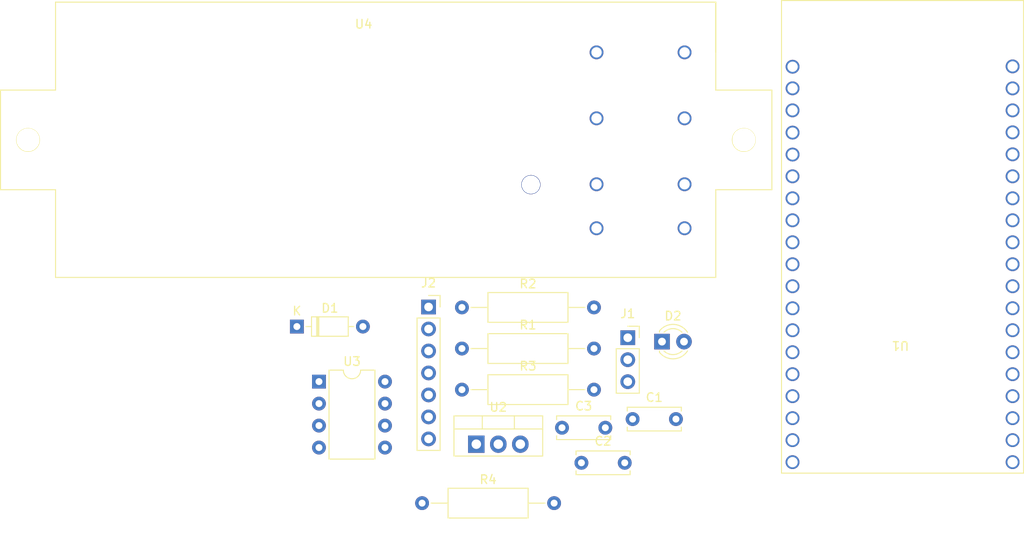
<source format=kicad_pcb>
(kicad_pcb (version 20211014) (generator pcbnew)
  (layers (0 "F.Cu" signal) (31 "B.Cu" signal) (34 "B.Paste" user) (35 "F.Paste" user) (36 "B.SilkS" user "B.Silkscreen") (37 "F.SilkS" user "F.Silkscreen") (38 "B.Mask" user) (39 "F.Mask" user) (44 "Edge.Cuts" user))
  (net 0 "")
  (net 1 "+12V")
  (net 2 "Earth")
  (net 3 "+5V")
  (net 4 "Net-(D1-Pad1)")
  (net 5 "Net-(D2-Pad1)")
  (net 6 "Net-(D2-Pad2)")
  (net 7 "Net-(J2-Pad6)")
  (net 8 "VPGM")
  (net 9 "Net-(R1-Pad1)")
  (net 35 "DAC_SIG")
  (footprint "Resistor_THT:R_Axial_DIN0309_L9.0mm_D3.2mm_P15.24mm_Horizontal" (layer "F.Cu") (at 130.02 116.92)
    (fp_text reference "R4" (at 7.62 -2.72) (layer "F.SilkS"))
    (fp_text value "4.7k")
    (fp_line (start 12.24 1.72) (end 12.24 -1.72) (layer "F.SilkS") (width 0.12))
    (fp_line (start 3 1.72) (end 12.24 1.72) (layer "F.SilkS") (width 0.12))
    (fp_line (start 3 -1.72) (end 3 1.72) (layer "F.SilkS") (width 0.12))
    (fp_line (start 12.24 -1.72) (end 3 -1.72) (layer "F.SilkS") (width 0.12))
    (fp_line (start 14.2 0) (end 12.24 0) (layer "F.SilkS") (width 0.12))
    (fp_line (start 1.04 0) (end 3 0) (layer "F.SilkS") (width 0.12))
    (pad "1" thru_hole circle (at 0 0) (size 1.6 1.6) (drill 0.8) (layers *.Cu *.Mask) (net 9 "Net-(R1-Pad1)"))
    (pad "2" thru_hole oval (at 15.24 0) (size 1.6 1.6) (drill 0.8) (layers *.Cu *.Mask) (net 8 "VPGM"))
  )
  (footprint "Diode_THT:D_DO-35_SOD27_P7.62mm_Horizontal" (layer "F.Cu") (at 115.57 96.52)
    (fp_text reference "D1" (at 3.81 -2.12) (layer "F.SilkS"))
    (fp_text value "TZX3V6A-TR")
    (fp_text user "K" (at 0 -1.8) (layer "F.SilkS"))
    (fp_line (start 5.93 -1.12) (end 1.69 -1.12) (layer "F.SilkS") (width 0.12))
    (fp_line (start 2.41 -1.12) (end 2.41 1.12) (layer "F.SilkS") (width 0.12))
    (fp_line (start 2.29 -1.12) (end 2.29 1.12) (layer "F.SilkS") (width 0.12))
    (fp_line (start 6.58 0) (end 5.93 0) (layer "F.SilkS") (width 0.12))
    (fp_line (start 1.69 -1.12) (end 1.69 1.12) (layer "F.SilkS") (width 0.12))
    (fp_line (start 1.04 0) (end 1.69 0) (layer "F.SilkS") (width 0.12))
    (fp_line (start 2.53 -1.12) (end 2.53 1.12) (layer "F.SilkS") (width 0.12))
    (fp_line (start 5.93 1.12) (end 5.93 -1.12) (layer "F.SilkS") (width 0.12))
    (fp_line (start 1.69 1.12) (end 5.93 1.12) (layer "F.SilkS") (width 0.12))
    (pad "1" thru_hole rect (at 0 0) (size 1.6 1.6) (drill 0.8) (layers *.Cu *.Mask) (net 4 "Net-(D1-Pad1)"))
    (pad "2" thru_hole oval (at 7.62 0) (size 1.6 1.6) (drill 0.8) (layers *.Cu *.Mask) (net 2 "Earth"))
  )
  (footprint "Package_TO_SOT_THT:TO-220-3_Vertical" (layer "F.Cu") (at 136.28 110.11)
    (fp_text reference "U2" (at 2.54 -4.27) (layer "F.SilkS"))
    (fp_text value "LM7805_TO220")
    (fp_line (start -2.58 1.371) (end 7.66 1.371) (layer "F.SilkS") (width 0.12))
    (fp_line (start -2.58 -3.27) (end -2.58 1.371) (layer "F.SilkS") (width 0.12))
    (fp_line (start 7.66 -3.27) (end 7.66 1.371) (layer "F.SilkS") (width 0.12))
    (fp_line (start -2.58 -3.27) (end 7.66 -3.27) (layer "F.SilkS") (width 0.12))
    (fp_line (start -2.58 -1.76) (end 7.66 -1.76) (layer "F.SilkS") (width 0.12))
    (fp_line (start 0.69 -3.27) (end 0.69 -1.76) (layer "F.SilkS") (width 0.12))
    (fp_line (start 4.391 -3.27) (end 4.391 -1.76) (layer "F.SilkS") (width 0.12))
    (pad "1" thru_hole rect (at 0 0) (size 1.905 2) (drill 1.1) (layers *.Cu *.Mask) (net 1 "+12V"))
    (pad "2" thru_hole oval (at 2.54 0) (size 1.905 2) (drill 1.1) (layers *.Cu *.Mask) (net 2 "Earth"))
    (pad "3" thru_hole oval (at 5.08 0) (size 1.905 2) (drill 1.1) (layers *.Cu *.Mask) (net 3 "+5V"))
  )
  (footprint "Connector_PinSocket_2.54mm:PinSocket_1x03_P2.54mm_Vertical" (layer "F.Cu") (at 153.76 97.81)
    (fp_text reference "J1" (at 0 -2.77) (layer "F.SilkS"))
    (fp_text value "Conn_01x03_Male")
    (fp_line (start -1.33 1.27) (end 1.33 1.27) (layer "F.SilkS") (width 0.12))
    (fp_line (start 0 -1.33) (end 1.33 -1.33) (layer "F.SilkS") (width 0.12))
    (fp_line (start -1.33 6.41) (end 1.33 6.41) (layer "F.SilkS") (width 0.12))
    (fp_line (start 1.33 1.27) (end 1.33 6.41) (layer "F.SilkS") (width 0.12))
    (fp_line (start -1.33 1.27) (end -1.33 6.41) (layer "F.SilkS") (width 0.12))
    (fp_line (start 1.33 -1.33) (end 1.33 0) (layer "F.SilkS") (width 0.12))
    (pad "1" thru_hole rect (at 0 0) (size 1.7 1.7) (drill 1) (layers *.Cu *.Mask) (net 1 "+12V"))
    (pad "2" thru_hole oval (at 0 2.54) (size 1.7 1.7) (drill 1) (layers *.Cu *.Mask) (net 2 "Earth"))
    (pad "3" thru_hole oval (at 0 5.08) (size 1.7 1.7) (drill 1) (layers *.Cu *.Mask) (net 2 "Earth"))
  )
  (footprint "Capacitor_THT:C_Disc_D6.0mm_W2.5mm_P5.00mm" (layer "F.Cu") (at 154.32 107.21)
    (fp_text reference "C1" (at 2.5 -2.5) (layer "F.SilkS"))
    (fp_text value "0.1uF")
    (fp_line (start -0.62 -1.37) (end -0.62 -0.925) (layer "F.SilkS") (width 0.12))
    (fp_line (start -0.62 -1.37) (end 5.62 -1.37) (layer "F.SilkS") (width 0.12))
    (fp_line (start 5.62 -1.37) (end 5.62 -0.925) (layer "F.SilkS") (width 0.12))
    (fp_line (start -0.62 0.925) (end -0.62 1.37) (layer "F.SilkS") (width 0.12))
    (fp_line (start 5.62 0.925) (end 5.62 1.37) (layer "F.SilkS") (width 0.12))
    (fp_line (start -0.62 1.37) (end 5.62 1.37) (layer "F.SilkS") (width 0.12))
    (pad "1" thru_hole circle (at 0 0) (size 1.6 1.6) (drill 0.8) (layers *.Cu *.Mask) (net 1 "+12V"))
    (pad "2" thru_hole circle (at 5 0) (size 1.6 1.6) (drill 0.8) (layers *.Cu *.Mask) (net 2 "Earth"))
  )
  (footprint "Library:CB101" (layer "F.Cu") (at 87.715 59.045)
    (fp_text reference "U4" (at 35.56 2.54 unlocked) (layer "F.SilkS"))
    (fp_text value "CB101")
    (fp_line (start 76.2 31.8) (end 0 31.8) (layer "F.SilkS") (width 0.12))
    (fp_line (start 0 0) (end 0 10.16) (layer "F.SilkS") (width 0.12))
    (fp_line (start 82.677 15.926) (end 82.677 21.666) (layer "F.SilkS") (width 0.12))
    (fp_line (start 76.2 0) (end 0 0) (layer "F.SilkS") (width 0.12))
    (fp_line (start 82.677 10.16) (end 76.2 10.16) (layer "F.SilkS") (width 0.12))
    (fp_line (start -6.35 15.9) (end -6.35 10.16) (layer "F.SilkS") (width 0.12))
    (fp_line (start 76.2 21.666) (end 76.2 31.8) (layer "F.SilkS") (width 0.12))
    (fp_line (start 82.677 10.16) (end 82.677 15.9) (layer "F.SilkS") (width 0.12))
    (fp_line (start -6.35 21.666) (end 0 21.666) (layer "F.SilkS") (width 0.12))
    (fp_line (start -6.35 21.666) (end -6.35 15.926) (layer "F.SilkS") (width 0.12))
    (fp_line (start 0 21.666) (end 0 31.8) (layer "F.SilkS") (width 0.12))
    (fp_line (start 76.2 0) (end 76.2 5.8) (layer "F.SilkS") (width 0.12))
    (fp_line (start 82.677 21.666) (end 76.2 21.666) (layer "F.SilkS") (width 0.12))
    (fp_line (start -6.35 10.16) (end 0 10.16) (layer "F.SilkS") (width 0.12))
    (fp_line (start 76.2 10.16) (end 76.2 0) (layer "F.SilkS") (width 0.12))
    (fp_circle (center -3.175 15.913) (end -1.854 15.913) (layer "F.SilkS") (width 0.12) (fill none))
    (fp_circle (center 79.4385 15.913) (end 80.7595 15.913) (layer "F.SilkS") (width 0.12) (fill none))
    (pad "" thru_hole circle (at 79.4512 15.9004) (size 2.64 2.64) (drill 2.64) (layers *.Cu *.Mask))
    (pad "" thru_hole circle (at -3.175 15.9004) (size 2.64 2.64) (drill 2.64) (layers *.Cu *.Mask))
    (pad "1" thru_hole circle (at 72.6 5.8) (size 1.6 1.6) (drill 1.2) (layers *.Cu *.Mask) (net 1 "+12V"))
    (pad "2" thru_hole circle (at 72.6 13.42) (size 1.6 1.6) (drill 1.2) (layers *.Cu *.Mask) (net 2 "Earth"))
    (pad "3" thru_hole circle (at 72.6 21.04) (size 1.6 1.6) (drill 1.2) (layers *.Cu *.Mask) (net 2 "Earth"))
    (pad "4" thru_hole circle (at 72.6 26.12) (size 1.6 1.6) (drill 1.2) (layers *.Cu *.Mask) (net 8 "VPGM"))
    (pad "5" thru_hole circle (at 62.44 26.12) (size 1.6 1.6) (drill 1.2) (layers *.Cu *.Mask) (net 6 "Net-(D2-Pad2)"))
    (pad "6" thru_hole circle (at 62.44 21.04) (size 1.6 1.6) (drill 1.2) (layers *.Cu *.Mask) (net 7 "Net-(J2-Pad6)"))
    (pad "7" thru_hole circle (at 62.44 13.42) (size 1.6 1.6) (drill 1.2) (layers *.Cu *.Mask) (net 4 "Net-(D1-Pad1)"))
    (pad "8" thru_hole circle (at 62.44 5.8) (size 1.6 1.6) (drill 1.2) (layers *.Cu *.Mask))
    (pad "9" thru_hole circle (at 54.864 21.082) (size 2.2 2.2) (drill 2.1) (layers *.Cu *.Mask))
  )
  (footprint "Library:ESP32-devkitC-v4" (layer "F.Cu") (at 184.967 79.419)
    (fp_text reference "U1" (at 0.254 19.304 180 unlocked) (layer "F.SilkS"))
    (fp_text value "ESP32-DevKit-C")
    (fp_line (start -13.462 34.036) (end 14.478 34.036) (layer "F.SilkS") (width 0.12))
    (fp_line (start -13.462 34.036) (end -13.462 -20.564) (layer "F.SilkS") (width 0.12))
    (fp_line (start -13.462 -20.564) (end 14.478 -20.564) (layer "F.SilkS") (width 0.12))
    (fp_line (start 14.478 34.036) (end 14.478 -20.564) (layer "F.SilkS") (width 0.12))
    (pad "1" thru_hole circle (at 13.208 32.766 180) (size 1.6 1.6) (drill 1.2) (layers *.Cu *.Mask))
    (pad "2" thru_hole circle (at 13.208 30.226 180) (size 1.6 1.6) (drill 1.2) (layers *.Cu *.Mask))
    (pad "3" thru_hole circle (at 13.208 27.686 180) (size 1.6 1.6) (drill 1.2) (layers *.Cu *.Mask))
    (pad "4" thru_hole circle (at 13.208 25.146 180) (size 1.6 1.6) (drill 1.2) (layers *.Cu *.Mask))
    (pad "5" thru_hole circle (at 13.208 22.606 180) (size 1.6 1.6) (drill 1.2) (layers *.Cu *.Mask))
    (pad "6" thru_hole circle (at 13.208 20.066 180) (size 1.6 1.6) (drill 1.2) (layers *.Cu *.Mask))
    (pad "7" thru_hole circle (at 13.208 17.526 180) (size 1.6 1.6) (drill 1.2) (layers *.Cu *.Mask))
    (pad "8" thru_hole circle (at 13.208 14.986 180) (size 1.6 1.6) (drill 1.2) (layers *.Cu *.Mask))
    (pad "9" thru_hole circle (at 13.208 12.446 180) (size 1.6 1.6) (drill 1.2) (layers *.Cu *.Mask))
    (pad "10" thru_hole circle (at 13.208 9.906 180) (size 1.6 1.6) (drill 1.2) (layers *.Cu *.Mask))
    (pad "11" thru_hole circle (at 13.208 7.366 180) (size 1.6 1.6) (drill 1.2) (layers *.Cu *.Mask))
    (pad "12" thru_hole circle (at 13.208 4.826 180) (size 1.6 1.6) (drill 1.2) (layers *.Cu *.Mask))
    (pad "13" thru_hole circle (at 13.208 2.286 180) (size 1.6 1.6) (drill 1.2) (layers *.Cu *.Mask) (net 2 "Earth"))
    (pad "14" thru_hole circle (at 13.208 -0.254 180) (size 1.6 1.6) (drill 1.2) (layers *.Cu *.Mask))
    (pad "15" thru_hole circle (at 13.208 -2.794 180) (size 1.6 1.6) (drill 1.2) (layers *.Cu *.Mask))
    (pad "16" thru_hole circle (at 13.208 -5.334 180) (size 1.6 1.6) (drill 1.2) (layers *.Cu *.Mask))
    (pad "17" thru_hole circle (at 13.208 -7.874 180) (size 1.6 1.6) (drill 1.2) (layers *.Cu *.Mask))
    (pad "18" thru_hole circle (at 13.208 -10.414 180) (size 1.6 1.6) (drill 1.2) (layers *.Cu *.Mask))
    (pad "19" thru_hole circle (at 13.208 -12.954 180) (size 1.6 1.6) (drill 1.2) (layers *.Cu *.Mask) (net 2 "Earth"))
    (pad "20" thru_hole circle (at -12.186285 -12.916857 180) (size 1.6 1.6) (drill 1.2) (layers *.Cu *.Mask))
    (pad "21" thru_hole circle (at -12.186285 -10.419986 180) (size 1.6 1.6) (drill 1.2) (layers *.Cu *.Mask))
    (pad "22" thru_hole circle (at -12.192 -7.874 180) (size 1.6 1.6) (drill 1.2) (layers *.Cu *.Mask))
    (pad "23" thru_hole circle (at -12.186285 -5.305428 180) (size 1.6 1.6) (drill 1.2) (layers *.Cu *.Mask))
    (pad "24" thru_hole circle (at -12.186285 -2.768285 180) (size 1.6 1.6) (drill 1.2) (layers *.Cu *.Mask))
    (pad "25" thru_hole circle (at -12.192 -0.254 180) (size 1.6 1.6) (drill 1.2) (layers *.Cu *.Mask))
    (pad "26" thru_hole circle (at -12.192 2.286 180) (size 1.6 1.6) (drill 1.2) (layers *.Cu *.Mask))
    (pad "27" thru_hole circle (at -12.192 4.826 180) (size 1.6 1.6) (drill 1.2) (layers *.Cu *.Mask))
    (pad "28" thru_hole circle (at -12.192 7.366 180) (size 1.6 1.6) (drill 1.2) (layers *.Cu *.Mask) (net 35 "DAC_SIG"))
    (pad "29" thru_hole circle (at -12.192 9.906 180) (size 1.6 1.6) (drill 1.2) (layers *.Cu *.Mask))
    (pad "30" thru_hole circle (at -12.192 12.446 180) (size 1.6 1.6) (drill 1.2) (layers *.Cu *.Mask))
    (pad "31" thru_hole circle (at -12.186285 14.991715 180) (size 1.6 1.6) (drill 1.2) (layers *.Cu *.Mask))
    (pad "32" thru_hole circle (at -12.186285 17.528858 180) (size 1.6 1.6) (drill 1.2) (layers *.Cu *.Mask))
    (pad "33" thru_hole circle (at -12.192 20.066 180) (size 1.6 1.6) (drill 1.2) (layers *.Cu *.Mask) (net 2 "Earth"))
    (pad "34" thru_hole circle (at -12.192 22.606 180) (size 1.6 1.6) (drill 1.2) (layers *.Cu *.Mask))
    (pad "35" thru_hole circle (at -12.192 25.146 180) (size 1.6 1.6) (drill 1.2) (layers *.Cu *.Mask))
    (pad "36" thru_hole circle (at -12.192 27.686 180) (size 1.6 1.6) (drill 1.2) (layers *.Cu *.Mask))
    (pad "37" thru_hole circle (at -12.192 30.226 180) (size 1.6 1.6) (drill 1.2) (layers *.Cu *.Mask))
    (pad "38" thru_hole circle (at -12.192 32.766 180) (size 1.6 1.6) (drill 1.2) (layers *.Cu *.Mask) (net 3 "+5V"))
  )
  (footprint "Resistor_THT:R_Axial_DIN0309_L9.0mm_D3.2mm_P15.24mm_Horizontal" (layer "F.Cu") (at 134.62 94.31)
    (fp_text reference "R2" (at 7.62 -2.72) (layer "F.SilkS"))
    (fp_text value "10k")
    (fp_line (start 3 -1.72) (end 3 1.72) (layer "F.SilkS") (width 0.12))
    (fp_line (start 1.04 0) (end 3 0) (layer "F.SilkS") (width 0.12))
    (fp_line (start 12.24 -1.72) (end 3 -1.72) (layer "F.SilkS") (width 0.12))
    (fp_line (start 3 1.72) (end 12.24 1.72) (layer "F.SilkS") (width 0.12))
    (fp_line (start 14.2 0) (end 12.24 0) (layer "F.SilkS") (width 0.12))
    (fp_line (start 12.24 1.72) (end 12.24 -1.72) (layer "F.SilkS") (width 0.12))
    (pad "1" thru_hole circle (at 0 0) (size 1.6 1.6) (drill 0.8) (layers *.Cu *.Mask) (net 2 "Earth"))
    (pad "2" thru_hole oval (at 15.24 0) (size 1.6 1.6) (drill 0.8) (layers *.Cu *.Mask) (net 8 "VPGM"))
  )
  (footprint "Package_DIP:DIP-8_W7.62mm" (layer "F.Cu") (at 118.12 102.88)
    (fp_text reference "U3" (at 3.81 -2.33) (layer "F.SilkS"))
    (fp_text value "NE5532")
    (fp_line (start 6.46 -1.33) (end 4.81 -1.33) (layer "F.SilkS") (width 0.12))
    (fp_line (start 2.81 -1.33) (end 1.16 -1.33) (layer "F.SilkS") (width 0.12))
    (fp_line (start 6.46 8.95) (end 6.46 -1.33) (layer "F.SilkS") (width 0.12))
    (fp_line (start 1.16 8.95) (end 6.46 8.95) (layer "F.SilkS") (width 0.12))
    (fp_line (start 1.16 -1.33) (end 1.16 8.95) (layer "F.SilkS") (width 0.12))
    (fp_arc (start 4.81 -1.33) (mid 3.81 -0.33) (end 2.81 -1.33) (layer "F.SilkS") (width 0.12))
    (pad "1" thru_hole rect (at 0 0) (size 1.6 1.6) (drill 0.8) (layers *.Cu *.Mask) (net 8 "VPGM"))
    (pad "2" thru_hole oval (at 0 2.54) (size 1.6 1.6) (drill 0.8) (layers *.Cu *.Mask) (net 9 "Net-(R1-Pad1)"))
    (pad "3" thru_hole oval (at 0 5.08) (size 1.6 1.6) (drill 0.8) (layers *.Cu *.Mask) (net 35 "DAC_SIG"))
    (pad "4" thru_hole oval (at 0 7.62) (size 1.6 1.6) (drill 0.8) (layers *.Cu *.Mask) (net 2 "Earth"))
    (pad "5" thru_hole oval (at 7.62 7.62) (size 1.6 1.6) (drill 0.8) (layers *.Cu *.Mask))
    (pad "6" thru_hole oval (at 7.62 5.08) (size 1.6 1.6) (drill 0.8) (layers *.Cu *.Mask))
    (pad "7" thru_hole oval (at 7.62 2.54) (size 1.6 1.6) (drill 0.8) (layers *.Cu *.Mask))
    (pad "8" thru_hole oval (at 7.62 0) (size 1.6 1.6) (drill 0.8) (layers *.Cu *.Mask) (net 3 "+5V"))
  )
  (footprint "Capacitor_THT:C_Disc_D6.0mm_W2.5mm_P5.00mm" (layer "F.Cu") (at 146.17 108.21)
    (fp_text reference "C3" (at 2.5 -2.5) (layer "F.SilkS"))
    (fp_text value "0.1uF")
    (fp_line (start -0.62 -1.37) (end 5.62 -1.37) (layer "F.SilkS") (width 0.12))
    (fp_line (start -0.62 -1.37) (end -0.62 -0.925) (layer "F.SilkS") (width 0.12))
    (fp_line (start 5.62 0.925) (end 5.62 1.37) (layer "F.SilkS") (width 0.12))
    (fp_line (start 5.62 -1.37) (end 5.62 -0.925) (layer "F.SilkS") (width 0.12))
    (fp_line (start -0.62 0.925) (end -0.62 1.37) (layer "F.SilkS") (width 0.12))
    (fp_line (start -0.62 1.37) (end 5.62 1.37) (layer "F.SilkS") (width 0.12))
    (pad "1" thru_hole circle (at 0 0) (size 1.6 1.6) (drill 0.8) (layers *.Cu *.Mask) (net 3 "+5V"))
    (pad "2" thru_hole circle (at 5 0) (size 1.6 1.6) (drill 0.8) (layers *.Cu *.Mask) (net 2 "Earth"))
  )
  (footprint "Capacitor_THT:C_Disc_D6.0mm_W2.5mm_P5.00mm" (layer "F.Cu") (at 148.41 112.26)
    (fp_text reference "C2" (at 2.5 -2.5) (layer "F.SilkS"))
    (fp_text value "0.1uF")
    (fp_line (start -0.62 1.37) (end 5.62 1.37) (layer "F.SilkS") (width 0.12))
    (fp_line (start -0.62 0.925) (end -0.62 1.37) (layer "F.SilkS") (width 0.12))
    (fp_line (start -0.62 -1.37) (end 5.62 -1.37) (layer "F.SilkS") (width 0.12))
    (fp_line (start 5.62 -1.37) (end 5.62 -0.925) (layer "F.SilkS") (width 0.12))
    (fp_line (start 5.62 0.925) (end 5.62 1.37) (layer "F.SilkS") (width 0.12))
    (fp_line (start -0.62 -1.37) (end -0.62 -0.925) (layer "F.SilkS") (width 0.12))
    (pad "1" thru_hole circle (at 0 0) (size 1.6 1.6) (drill 0.8) (layers *.Cu *.Mask) (net 3 "+5V"))
    (pad "2" thru_hole circle (at 5 0) (size 1.6 1.6) (drill 0.8) (layers *.Cu *.Mask) (net 2 "Earth"))
  )
  (footprint "LED_THT:LED_D3.0mm_Clear" (layer "F.Cu") (at 157.71 98.26)
    (fp_text reference "D2" (at 1.27 -2.96) (layer "F.SilkS"))
    (fp_text value "LED")
    (fp_line (start -0.29 1.08) (end -0.29 1.236) (layer "F.SilkS") (width 0.12))
    (fp_line (start -0.29 -1.236) (end -0.29 -1.08) (layer "F.SilkS") (width 0.12))
    (fp_arc (start -0.29 -1.235516) (mid 1.366487 -1.987659) (end 2.942335 -1.078608) (layer "F.SilkS") (width 0.12))
    (fp_arc (start 0.229039 -1.08) (mid 1.270117 -1.5) (end 2.31113 -1.079837) (layer "F.SilkS") (width 0.12))
    (fp_arc (start 2.31113 1.079837) (mid 1.270117 1.5) (end 0.229039 1.08) (layer "F.SilkS") (width 0.12))
    (fp_arc (start 2.942335 1.078608) (mid 1.366487 1.987659) (end -0.29 1.235516) (layer "F.SilkS") (width 0.12))
    (pad "1" thru_hole rect (at 0 0) (size 1.8 1.8) (drill 0.9) (layers *.Cu *.Mask) (net 5 "Net-(D2-Pad1)"))
    (pad "2" thru_hole circle (at 2.54 0) (size 1.8 1.8) (drill 0.9) (layers *.Cu *.Mask) (net 6 "Net-(D2-Pad2)"))
  )
  (footprint "Resistor_THT:R_Axial_DIN0309_L9.0mm_D3.2mm_P15.24mm_Horizontal" (layer "F.Cu") (at 134.62 99.06)
    (fp_text reference "R1" (at 7.62 -2.72) (layer "F.SilkS"))
    (fp_text value "10k")
    (fp_line (start 3 1.72) (end 12.24 1.72) (layer "F.SilkS") (width 0.12))
    (fp_line (start 12.24 -1.72) (end 3 -1.72) (layer "F.SilkS") (width 0.12))
    (fp_line (start 14.2 0) (end 12.24 0) (layer "F.SilkS") (width 0.12))
    (fp_line (start 12.24 1.72) (end 12.24 -1.72) (layer "F.SilkS") (width 0.12))
    (fp_line (start 1.04 0) (end 3 0) (layer "F.SilkS") (width 0.12))
    (fp_line (start 3 -1.72) (end 3 1.72) (layer "F.SilkS") (width 0.12))
    (pad "1" thru_hole circle (at 0 0) (size 1.6 1.6) (drill 0.8) (layers *.Cu *.Mask) (net 9 "Net-(R1-Pad1)"))
    (pad "2" thru_hole oval (at 15.24 0) (size 1.6 1.6) (drill 0.8) (layers *.Cu *.Mask) (net 2 "Earth"))
  )
  (footprint "Resistor_THT:R_Axial_DIN0309_L9.0mm_D3.2mm_P15.24mm_Horizontal" (layer "F.Cu") (at 134.62 103.81)
    (fp_text reference "R3" (at 7.62 -2.72) (layer "F.SilkS"))
    (fp_text value "1K")
    (fp_line (start 3 -1.72) (end 3 1.72) (layer "F.SilkS") (width 0.12))
    (fp_line (start 14.2 0) (end 12.24 0) (layer "F.SilkS") (width 0.12))
    (fp_line (start 3 1.72) (end 12.24 1.72) (layer "F.SilkS") (width 0.12))
    (fp_line (start 12.24 1.72) (end 12.24 -1.72) (layer "F.SilkS") (width 0.12))
    (fp_line (start 1.04 0) (end 3 0) (layer "F.SilkS") (width 0.12))
    (fp_line (start 12.24 -1.72) (end 3 -1.72) (layer "F.SilkS") (width 0.12))
    (pad "1" thru_hole circle (at 0 0) (size 1.6 1.6) (drill 0.8) (layers *.Cu *.Mask) (net 2 "Earth"))
    (pad "2" thru_hole oval (at 15.24 0) (size 1.6 1.6) (drill 0.8) (layers *.Cu *.Mask) (net 5 "Net-(D2-Pad1)"))
  )
  (footprint "Connector_PinSocket_2.54mm:PinSocket_1x07_P2.54mm_Vertical" (layer "F.Cu") (at 130.77 94.26)
    (fp_text reference "J2" (at 0 -2.77) (layer "F.SilkS"))
    (fp_text value "Conn_01x07_Male")
    (fp_line (start 0 -1.33) (end 1.33 -1.33) (layer "F.SilkS") (width 0.12))
    (fp_line (start -1.33 1.27) (end -1.33 16.57) (layer "F.SilkS") (width 0.12))
    (fp_line (start -1.33 16.57) (end 1.33 16.57) (layer "F.SilkS") (width 0.12))
    (fp_line (start 1.33 1.27) (end 1.33 16.57) (layer "F.SilkS") (width 0.12))
    (fp_line (start -1.33 1.27) (end 1.33 1.27) (layer "F.SilkS") (width 0.12))
    (fp_line (start 1.33 -1.33) (end 1.33 0) (layer "F.SilkS") (width 0.12))
    (pad "1" thru_hole rect (at 0 0) (size 1.7 1.7) (drill 1) (layers *.Cu *.Mask) (net 3 "+5V"))
    (pad "2" thru_hole oval (at 0 2.54) (size 1.7 1.7) (drill 1) (layers *.Cu *.Mask) (net 3 "+5V"))
    (pad "3" thru_hole oval (at 0 5.08) (size 1.7 1.7) (drill 1) (layers *.Cu *.Mask) (net 2 "Earth"))
    (pad "4" thru_hole oval (at 0 7.62) (size 1.7 1.7) (drill 1) (layers *.Cu *.Mask) (net 2 "Earth"))
    (pad "5" thru_hole oval (at 0 10.16) (size 1.7 1.7) (drill 1) (layers *.Cu *.Mask) (net 4 "Net-(D1-Pad1)"))
    (pad "6" thru_hole oval (at 0 12.7) (size 1.7 1.7) (drill 1) (layers *.Cu *.Mask) (net 7 "Net-(J2-Pad6)"))
    (pad "7" thru_hole oval (at 0 15.24) (size 1.7 1.7) (drill 1) (layers *.Cu *.Mask) (net 8 "VPGM"))
  )
)
</source>
